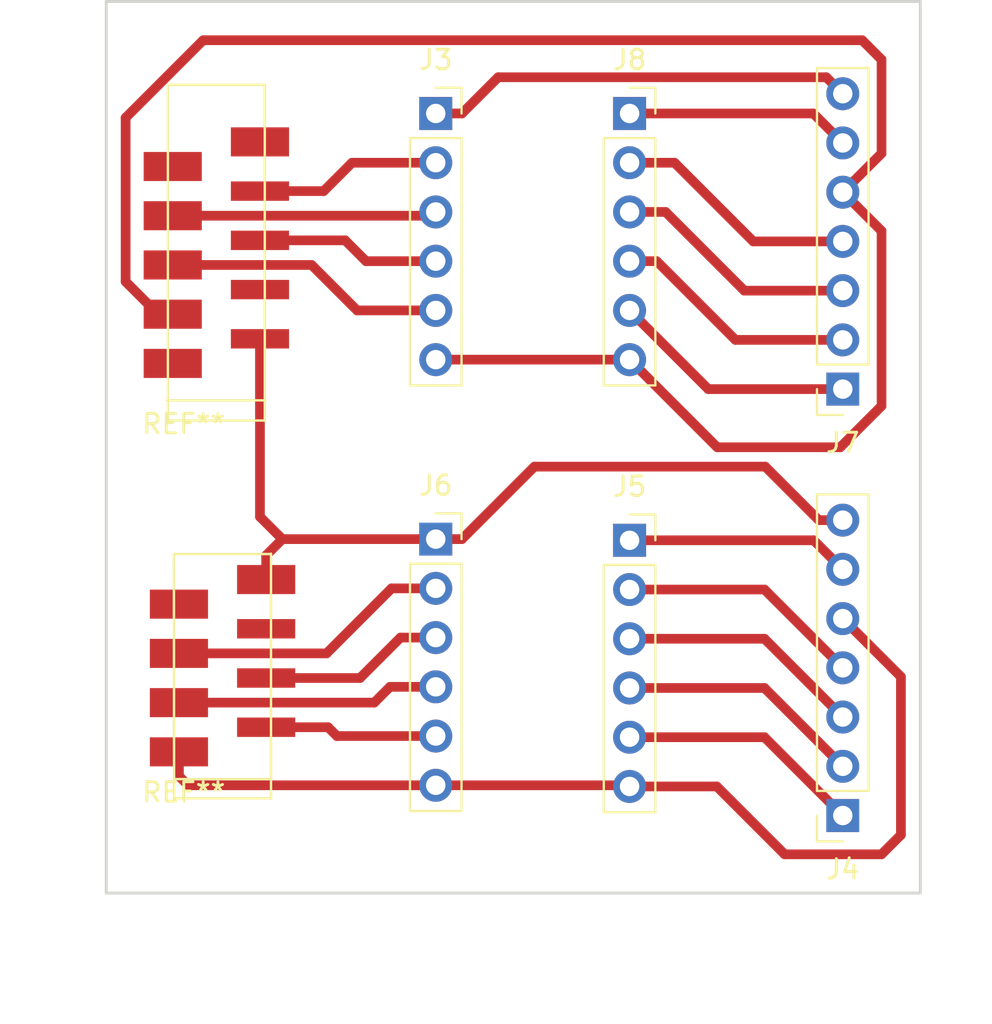
<source format=kicad_pcb>
(kicad_pcb (version 20171130) (host pcbnew 5.0.2-bee76a0~70~ubuntu18.04.1)

  (general
    (thickness 1.6)
    (drawings 4)
    (tracks 86)
    (zones 0)
    (modules 10)
    (nets 26)
  )

  (page A4)
  (layers
    (0 F.Cu signal)
    (31 B.Cu signal)
    (32 B.Adhes user)
    (33 F.Adhes user)
    (34 B.Paste user)
    (35 F.Paste user)
    (36 B.SilkS user)
    (37 F.SilkS user)
    (38 B.Mask user)
    (39 F.Mask user)
    (40 Dwgs.User user)
    (41 Cmts.User user)
    (42 Eco1.User user)
    (43 Eco2.User user)
    (44 Edge.Cuts user)
    (45 Margin user)
    (46 B.CrtYd user)
    (47 F.CrtYd user)
    (48 B.Fab user)
    (49 F.Fab user)
  )

  (setup
    (last_trace_width 0.5)
    (trace_clearance 0.4)
    (zone_clearance 0.508)
    (zone_45_only no)
    (trace_min 0.2)
    (segment_width 0.2)
    (edge_width 0.15)
    (via_size 0.8)
    (via_drill 0.4)
    (via_min_size 0.4)
    (via_min_drill 0.3)
    (uvia_size 0.3)
    (uvia_drill 0.1)
    (uvias_allowed no)
    (uvia_min_size 0.2)
    (uvia_min_drill 0.1)
    (pcb_text_width 0.3)
    (pcb_text_size 1.5 1.5)
    (mod_edge_width 0.15)
    (mod_text_size 1 1)
    (mod_text_width 0.15)
    (pad_size 3 1)
    (pad_drill 0)
    (pad_to_mask_clearance 0.051)
    (solder_mask_min_width 0.25)
    (aux_axis_origin 0 0)
    (visible_elements FFFFFF7F)
    (pcbplotparams
      (layerselection 0x01000_7fffffff)
      (usegerberextensions false)
      (usegerberattributes false)
      (usegerberadvancedattributes false)
      (creategerberjobfile false)
      (excludeedgelayer true)
      (linewidth 0.100000)
      (plotframeref false)
      (viasonmask false)
      (mode 1)
      (useauxorigin false)
      (hpglpennumber 1)
      (hpglpenspeed 20)
      (hpglpendiameter 15.000000)
      (psnegative false)
      (psa4output false)
      (plotreference true)
      (plotvalue true)
      (plotinvisibletext false)
      (padsonsilk false)
      (subtractmaskfromsilk false)
      (outputformat 1)
      (mirror false)
      (drillshape 0)
      (scaleselection 1)
      (outputdirectory "grb"))
  )

  (net 0 "")
  (net 1 +5V)
  (net 2 GND)
  (net 3 "Net-(J1-Pad1)")
  (net 4 "Net-(J1-Pad9)")
  (net 5 "Net-(J1-Pad4)")
  (net 6 "Net-(J1-Pad10)")
  (net 7 "Net-(J2-Pad7)")
  (net 8 "Net-(J2-Pad6)")
  (net 9 "Net-(J4-Pad1)")
  (net 10 "Net-(J4-Pad2)")
  (net 11 "Net-(J4-Pad3)")
  (net 12 "Net-(J4-Pad4)")
  (net 13 +3V3)
  (net 14 "Net-(J1-Pad5)")
  (net 15 "Net-(J1-Pad7)")
  (net 16 "Net-(J1-Pad6)")
  (net 17 "Net-(J1-Pad8)")
  (net 18 "Net-(J2-Pad3)")
  (net 19 "Net-(J2-Pad5)")
  (net 20 "Net-(J2-Pad2)")
  (net 21 "Net-(J2-Pad4)")
  (net 22 "Net-(J7-Pad1)")
  (net 23 "Net-(J7-Pad2)")
  (net 24 "Net-(J7-Pad3)")
  (net 25 "Net-(J7-Pad4)")

  (net_class Default "This is the default net class."
    (clearance 0.4)
    (trace_width 0.5)
    (via_dia 0.8)
    (via_drill 0.4)
    (uvia_dia 0.3)
    (uvia_drill 0.1)
    (add_net +3V3)
    (add_net +5V)
    (add_net GND)
    (add_net "Net-(J1-Pad1)")
    (add_net "Net-(J1-Pad10)")
    (add_net "Net-(J1-Pad4)")
    (add_net "Net-(J1-Pad5)")
    (add_net "Net-(J1-Pad6)")
    (add_net "Net-(J1-Pad7)")
    (add_net "Net-(J1-Pad8)")
    (add_net "Net-(J1-Pad9)")
    (add_net "Net-(J2-Pad2)")
    (add_net "Net-(J2-Pad3)")
    (add_net "Net-(J2-Pad4)")
    (add_net "Net-(J2-Pad5)")
    (add_net "Net-(J2-Pad6)")
    (add_net "Net-(J2-Pad7)")
    (add_net "Net-(J4-Pad1)")
    (add_net "Net-(J4-Pad2)")
    (add_net "Net-(J4-Pad3)")
    (add_net "Net-(J4-Pad4)")
    (add_net "Net-(J7-Pad1)")
    (add_net "Net-(J7-Pad2)")
    (add_net "Net-(J7-Pad3)")
    (add_net "Net-(J7-Pad4)")
  )

  (module custom_lib:micro_match_female_10pos_SMT (layer F.Cu) (tedit 5E17935A) (tstamp 5E179840)
    (at 5.68 12.96 90)
    (path /5E17A5B9)
    (fp_text reference J1 (at -8 -4 -90) (layer F.SilkS) hide
      (effects (font (size 0.9652 0.9652) (thickness 0.09652)) (justify right bottom))
    )
    (fp_text value Conn_01x10_Female (at -8 5 -90) (layer F.Fab)
      (effects (font (size 0.77216 0.77216) (thickness 0.061772)) (justify right bottom))
    )
    (fp_line (start 8.66 -2.5) (end -8.66 -2.5) (layer F.SilkS) (width 0.127))
    (fp_line (start -8.66 -2.5) (end -8.66 2.5) (layer F.SilkS) (width 0.127))
    (fp_line (start -8.66 2.5) (end 8.66 2.5) (layer F.SilkS) (width 0.127))
    (fp_line (start 8.66 2.5) (end 8.66 -2.5) (layer F.SilkS) (width 0.127))
    (fp_text user 1 (at -7.62 0 -90) (layer F.SilkS) hide
      (effects (font (size 1.2065 1.2065) (thickness 0.1016)) (justify right bottom))
    )
    (fp_line (start -7.62 2.54) (end -7.62 -2.54) (layer F.SilkS) (width 0.127))
    (pad 1 smd rect (at -5.715 -2.25 180) (size 3 1.5) (layers F.Cu F.Paste F.Mask)
      (net 3 "Net-(J1-Pad1)") (solder_mask_margin 0.075))
    (pad 3 smd rect (at -3.175 -2.25 180) (size 3 1.5) (layers F.Cu F.Paste F.Mask)
      (net 2 GND) (solder_mask_margin 0.075))
    (pad 5 smd rect (at -0.635 -2.25 180) (size 3 1.5) (layers F.Cu F.Paste F.Mask)
      (net 14 "Net-(J1-Pad5)") (solder_mask_margin 0.075))
    (pad 7 smd rect (at 1.905 -2.25 180) (size 3 1.5) (layers F.Cu F.Paste F.Mask)
      (net 15 "Net-(J1-Pad7)") (solder_mask_margin 0.075))
    (pad 9 smd rect (at 4.445 -2.25 180) (size 3 1.5) (layers F.Cu F.Paste F.Mask)
      (net 4 "Net-(J1-Pad9)") (solder_mask_margin 0.075))
    (pad 2 smd rect (at -4.445 2.25 180) (size 3 1) (layers F.Cu F.Paste F.Mask)
      (net 1 +5V) (solder_mask_margin 0.075))
    (pad 4 smd rect (at -1.905 2.25 180) (size 3 1) (layers F.Cu F.Paste F.Mask)
      (net 5 "Net-(J1-Pad4)") (solder_mask_margin 0.075))
    (pad 6 smd rect (at 0.635 2.25 180) (size 3 1) (layers F.Cu F.Paste F.Mask)
      (net 16 "Net-(J1-Pad6)") (solder_mask_margin 0.075))
    (pad 8 smd rect (at 3.175 2.25 180) (size 3 1) (layers F.Cu F.Paste F.Mask)
      (net 17 "Net-(J1-Pad8)") (solder_mask_margin 0.075))
    (pad 10 smd rect (at 5.715 2.25 180) (size 3 1.5) (layers F.Cu F.Paste F.Mask)
      (net 6 "Net-(J1-Pad10)") (solder_mask_margin 0.075))
  )

  (module Connector_PinSocket_2.54mm:PinSocket_1x06_P2.54mm_Vertical (layer F.Cu) (tedit 5A19A430) (tstamp 5E23DE9E)
    (at 27 5.78)
    (descr "Through hole straight socket strip, 1x06, 2.54mm pitch, single row (from Kicad 4.0.7), script generated")
    (tags "Through hole socket strip THT 1x06 2.54mm single row")
    (path /5E17BC5A)
    (fp_text reference J8 (at 0 -2.77) (layer F.SilkS)
      (effects (font (size 1 1) (thickness 0.15)))
    )
    (fp_text value Conn_01x06_Female (at 0 15.47) (layer F.Fab)
      (effects (font (size 1 1) (thickness 0.15)))
    )
    (fp_text user %R (at 0 6.35 90) (layer F.Fab)
      (effects (font (size 1 1) (thickness 0.15)))
    )
    (fp_line (start -1.8 14.45) (end -1.8 -1.8) (layer F.CrtYd) (width 0.05))
    (fp_line (start 1.75 14.45) (end -1.8 14.45) (layer F.CrtYd) (width 0.05))
    (fp_line (start 1.75 -1.8) (end 1.75 14.45) (layer F.CrtYd) (width 0.05))
    (fp_line (start -1.8 -1.8) (end 1.75 -1.8) (layer F.CrtYd) (width 0.05))
    (fp_line (start 0 -1.33) (end 1.33 -1.33) (layer F.SilkS) (width 0.12))
    (fp_line (start 1.33 -1.33) (end 1.33 0) (layer F.SilkS) (width 0.12))
    (fp_line (start 1.33 1.27) (end 1.33 14.03) (layer F.SilkS) (width 0.12))
    (fp_line (start -1.33 14.03) (end 1.33 14.03) (layer F.SilkS) (width 0.12))
    (fp_line (start -1.33 1.27) (end -1.33 14.03) (layer F.SilkS) (width 0.12))
    (fp_line (start -1.33 1.27) (end 1.33 1.27) (layer F.SilkS) (width 0.12))
    (fp_line (start -1.27 13.97) (end -1.27 -1.27) (layer F.Fab) (width 0.1))
    (fp_line (start 1.27 13.97) (end -1.27 13.97) (layer F.Fab) (width 0.1))
    (fp_line (start 1.27 -0.635) (end 1.27 13.97) (layer F.Fab) (width 0.1))
    (fp_line (start 0.635 -1.27) (end 1.27 -0.635) (layer F.Fab) (width 0.1))
    (fp_line (start -1.27 -1.27) (end 0.635 -1.27) (layer F.Fab) (width 0.1))
    (pad 6 thru_hole oval (at 0 12.7) (size 1.7 1.7) (drill 1) (layers *.Cu *.Mask)
      (net 2 GND))
    (pad 5 thru_hole oval (at 0 10.16) (size 1.7 1.7) (drill 1) (layers *.Cu *.Mask)
      (net 22 "Net-(J7-Pad1)"))
    (pad 4 thru_hole oval (at 0 7.62) (size 1.7 1.7) (drill 1) (layers *.Cu *.Mask)
      (net 23 "Net-(J7-Pad2)"))
    (pad 3 thru_hole oval (at 0 5.08) (size 1.7 1.7) (drill 1) (layers *.Cu *.Mask)
      (net 24 "Net-(J7-Pad3)"))
    (pad 2 thru_hole oval (at 0 2.54) (size 1.7 1.7) (drill 1) (layers *.Cu *.Mask)
      (net 25 "Net-(J7-Pad4)"))
    (pad 1 thru_hole rect (at 0 0) (size 1.7 1.7) (drill 1) (layers *.Cu *.Mask)
      (net 13 +3V3))
    (model ${KISYS3DMOD}/Connector_PinSocket_2.54mm.3dshapes/PinSocket_1x06_P2.54mm_Vertical.wrl
      (at (xyz 0 0 0))
      (scale (xyz 1 1 1))
      (rotate (xyz 0 0 0))
    )
  )

  (module Connector_PinSocket_2.54mm:PinSocket_1x06_P2.54mm_Vertical (layer F.Cu) (tedit 5A19A430) (tstamp 5E17986C)
    (at 17 5.78)
    (descr "Through hole straight socket strip, 1x06, 2.54mm pitch, single row (from Kicad 4.0.7), script generated")
    (tags "Through hole socket strip THT 1x06 2.54mm single row")
    (path /5E179489)
    (fp_text reference J3 (at 0 -2.77) (layer F.SilkS)
      (effects (font (size 1 1) (thickness 0.15)))
    )
    (fp_text value Conn_01x06_Female (at 0 15.47) (layer F.Fab)
      (effects (font (size 1 1) (thickness 0.15)))
    )
    (fp_line (start -1.27 -1.27) (end 0.635 -1.27) (layer F.Fab) (width 0.1))
    (fp_line (start 0.635 -1.27) (end 1.27 -0.635) (layer F.Fab) (width 0.1))
    (fp_line (start 1.27 -0.635) (end 1.27 13.97) (layer F.Fab) (width 0.1))
    (fp_line (start 1.27 13.97) (end -1.27 13.97) (layer F.Fab) (width 0.1))
    (fp_line (start -1.27 13.97) (end -1.27 -1.27) (layer F.Fab) (width 0.1))
    (fp_line (start -1.33 1.27) (end 1.33 1.27) (layer F.SilkS) (width 0.12))
    (fp_line (start -1.33 1.27) (end -1.33 14.03) (layer F.SilkS) (width 0.12))
    (fp_line (start -1.33 14.03) (end 1.33 14.03) (layer F.SilkS) (width 0.12))
    (fp_line (start 1.33 1.27) (end 1.33 14.03) (layer F.SilkS) (width 0.12))
    (fp_line (start 1.33 -1.33) (end 1.33 0) (layer F.SilkS) (width 0.12))
    (fp_line (start 0 -1.33) (end 1.33 -1.33) (layer F.SilkS) (width 0.12))
    (fp_line (start -1.8 -1.8) (end 1.75 -1.8) (layer F.CrtYd) (width 0.05))
    (fp_line (start 1.75 -1.8) (end 1.75 14.45) (layer F.CrtYd) (width 0.05))
    (fp_line (start 1.75 14.45) (end -1.8 14.45) (layer F.CrtYd) (width 0.05))
    (fp_line (start -1.8 14.45) (end -1.8 -1.8) (layer F.CrtYd) (width 0.05))
    (fp_text user %R (at 0 6.35 90) (layer F.Fab)
      (effects (font (size 1 1) (thickness 0.15)))
    )
    (pad 1 thru_hole rect (at 0 0) (size 1.7 1.7) (drill 1) (layers *.Cu *.Mask)
      (net 1 +5V))
    (pad 2 thru_hole oval (at 0 2.54) (size 1.7 1.7) (drill 1) (layers *.Cu *.Mask)
      (net 17 "Net-(J1-Pad8)"))
    (pad 3 thru_hole oval (at 0 5.08) (size 1.7 1.7) (drill 1) (layers *.Cu *.Mask)
      (net 15 "Net-(J1-Pad7)"))
    (pad 4 thru_hole oval (at 0 7.62) (size 1.7 1.7) (drill 1) (layers *.Cu *.Mask)
      (net 16 "Net-(J1-Pad6)"))
    (pad 5 thru_hole oval (at 0 10.16) (size 1.7 1.7) (drill 1) (layers *.Cu *.Mask)
      (net 14 "Net-(J1-Pad5)"))
    (pad 6 thru_hole oval (at 0 12.7) (size 1.7 1.7) (drill 1) (layers *.Cu *.Mask)
      (net 2 GND))
    (model ${KISYS3DMOD}/Connector_PinSocket_2.54mm.3dshapes/PinSocket_1x06_P2.54mm_Vertical.wrl
      (at (xyz 0 0 0))
      (scale (xyz 1 1 1))
      (rotate (xyz 0 0 0))
    )
  )

  (module Connector_PinSocket_2.54mm:PinSocket_1x07_P2.54mm_Vertical (layer F.Cu) (tedit 5A19A433) (tstamp 5E23DE84)
    (at 38 20 180)
    (descr "Through hole straight socket strip, 1x07, 2.54mm pitch, single row (from Kicad 4.0.7), script generated")
    (tags "Through hole socket strip THT 1x07 2.54mm single row")
    (path /5E17BC6C)
    (fp_text reference J7 (at 0 -2.77 180) (layer F.SilkS)
      (effects (font (size 1 1) (thickness 0.15)))
    )
    (fp_text value Conn_01x07_Female (at 0 18.01 180) (layer F.Fab)
      (effects (font (size 1 1) (thickness 0.15)))
    )
    (fp_line (start -1.27 -1.27) (end 0.635 -1.27) (layer F.Fab) (width 0.1))
    (fp_line (start 0.635 -1.27) (end 1.27 -0.635) (layer F.Fab) (width 0.1))
    (fp_line (start 1.27 -0.635) (end 1.27 16.51) (layer F.Fab) (width 0.1))
    (fp_line (start 1.27 16.51) (end -1.27 16.51) (layer F.Fab) (width 0.1))
    (fp_line (start -1.27 16.51) (end -1.27 -1.27) (layer F.Fab) (width 0.1))
    (fp_line (start -1.33 1.27) (end 1.33 1.27) (layer F.SilkS) (width 0.12))
    (fp_line (start -1.33 1.27) (end -1.33 16.57) (layer F.SilkS) (width 0.12))
    (fp_line (start -1.33 16.57) (end 1.33 16.57) (layer F.SilkS) (width 0.12))
    (fp_line (start 1.33 1.27) (end 1.33 16.57) (layer F.SilkS) (width 0.12))
    (fp_line (start 1.33 -1.33) (end 1.33 0) (layer F.SilkS) (width 0.12))
    (fp_line (start 0 -1.33) (end 1.33 -1.33) (layer F.SilkS) (width 0.12))
    (fp_line (start -1.8 -1.8) (end 1.75 -1.8) (layer F.CrtYd) (width 0.05))
    (fp_line (start 1.75 -1.8) (end 1.75 17) (layer F.CrtYd) (width 0.05))
    (fp_line (start 1.75 17) (end -1.8 17) (layer F.CrtYd) (width 0.05))
    (fp_line (start -1.8 17) (end -1.8 -1.8) (layer F.CrtYd) (width 0.05))
    (fp_text user %R (at 0 7.62 270) (layer F.Fab)
      (effects (font (size 1 1) (thickness 0.15)))
    )
    (pad 1 thru_hole rect (at 0 0 180) (size 1.7 1.7) (drill 1) (layers *.Cu *.Mask)
      (net 22 "Net-(J7-Pad1)"))
    (pad 2 thru_hole oval (at 0 2.54 180) (size 1.7 1.7) (drill 1) (layers *.Cu *.Mask)
      (net 23 "Net-(J7-Pad2)"))
    (pad 3 thru_hole oval (at 0 5.08 180) (size 1.7 1.7) (drill 1) (layers *.Cu *.Mask)
      (net 24 "Net-(J7-Pad3)"))
    (pad 4 thru_hole oval (at 0 7.62 180) (size 1.7 1.7) (drill 1) (layers *.Cu *.Mask)
      (net 25 "Net-(J7-Pad4)"))
    (pad 5 thru_hole oval (at 0 10.16 180) (size 1.7 1.7) (drill 1) (layers *.Cu *.Mask)
      (net 2 GND))
    (pad 6 thru_hole oval (at 0 12.7 180) (size 1.7 1.7) (drill 1) (layers *.Cu *.Mask)
      (net 13 +3V3))
    (pad 7 thru_hole oval (at 0 15.24 180) (size 1.7 1.7) (drill 1) (layers *.Cu *.Mask)
      (net 1 +5V))
    (model ${KISYS3DMOD}/Connector_PinSocket_2.54mm.3dshapes/PinSocket_1x07_P2.54mm_Vertical.wrl
      (at (xyz 0 0 0))
      (scale (xyz 1 1 1))
      (rotate (xyz 0 0 0))
    )
  )

  (module Connector_PinSocket_2.54mm:PinSocket_1x07_P2.54mm_Vertical (layer F.Cu) (tedit 5A19A433) (tstamp 5E179887)
    (at 38 42 180)
    (descr "Through hole straight socket strip, 1x07, 2.54mm pitch, single row (from Kicad 4.0.7), script generated")
    (tags "Through hole socket strip THT 1x07 2.54mm single row")
    (path /5E179FC1)
    (fp_text reference J4 (at 0 -2.77 180) (layer F.SilkS)
      (effects (font (size 1 1) (thickness 0.15)))
    )
    (fp_text value Conn_01x07_Female (at 0 18.01 180) (layer F.Fab)
      (effects (font (size 1 1) (thickness 0.15)))
    )
    (fp_line (start -1.27 -1.27) (end 0.635 -1.27) (layer F.Fab) (width 0.1))
    (fp_line (start 0.635 -1.27) (end 1.27 -0.635) (layer F.Fab) (width 0.1))
    (fp_line (start 1.27 -0.635) (end 1.27 16.51) (layer F.Fab) (width 0.1))
    (fp_line (start 1.27 16.51) (end -1.27 16.51) (layer F.Fab) (width 0.1))
    (fp_line (start -1.27 16.51) (end -1.27 -1.27) (layer F.Fab) (width 0.1))
    (fp_line (start -1.33 1.27) (end 1.33 1.27) (layer F.SilkS) (width 0.12))
    (fp_line (start -1.33 1.27) (end -1.33 16.57) (layer F.SilkS) (width 0.12))
    (fp_line (start -1.33 16.57) (end 1.33 16.57) (layer F.SilkS) (width 0.12))
    (fp_line (start 1.33 1.27) (end 1.33 16.57) (layer F.SilkS) (width 0.12))
    (fp_line (start 1.33 -1.33) (end 1.33 0) (layer F.SilkS) (width 0.12))
    (fp_line (start 0 -1.33) (end 1.33 -1.33) (layer F.SilkS) (width 0.12))
    (fp_line (start -1.8 -1.8) (end 1.75 -1.8) (layer F.CrtYd) (width 0.05))
    (fp_line (start 1.75 -1.8) (end 1.75 17) (layer F.CrtYd) (width 0.05))
    (fp_line (start 1.75 17) (end -1.8 17) (layer F.CrtYd) (width 0.05))
    (fp_line (start -1.8 17) (end -1.8 -1.8) (layer F.CrtYd) (width 0.05))
    (fp_text user %R (at 0 7.62 270) (layer F.Fab)
      (effects (font (size 1 1) (thickness 0.15)))
    )
    (pad 1 thru_hole rect (at 0 0 180) (size 1.7 1.7) (drill 1) (layers *.Cu *.Mask)
      (net 9 "Net-(J4-Pad1)"))
    (pad 2 thru_hole oval (at 0 2.54 180) (size 1.7 1.7) (drill 1) (layers *.Cu *.Mask)
      (net 10 "Net-(J4-Pad2)"))
    (pad 3 thru_hole oval (at 0 5.08 180) (size 1.7 1.7) (drill 1) (layers *.Cu *.Mask)
      (net 11 "Net-(J4-Pad3)"))
    (pad 4 thru_hole oval (at 0 7.62 180) (size 1.7 1.7) (drill 1) (layers *.Cu *.Mask)
      (net 12 "Net-(J4-Pad4)"))
    (pad 5 thru_hole oval (at 0 10.16 180) (size 1.7 1.7) (drill 1) (layers *.Cu *.Mask)
      (net 2 GND))
    (pad 6 thru_hole oval (at 0 12.7 180) (size 1.7 1.7) (drill 1) (layers *.Cu *.Mask)
      (net 13 +3V3))
    (pad 7 thru_hole oval (at 0 15.24 180) (size 1.7 1.7) (drill 1) (layers *.Cu *.Mask)
      (net 1 +5V))
    (model ${KISYS3DMOD}/Connector_PinSocket_2.54mm.3dshapes/PinSocket_1x07_P2.54mm_Vertical.wrl
      (at (xyz 0 0 0))
      (scale (xyz 1 1 1))
      (rotate (xyz 0 0 0))
    )
  )

  (module Connector_PinSocket_2.54mm:PinSocket_1x06_P2.54mm_Vertical (layer F.Cu) (tedit 5A19A430) (tstamp 5E1798A1)
    (at 27 27.8)
    (descr "Through hole straight socket strip, 1x06, 2.54mm pitch, single row (from Kicad 4.0.7), script generated")
    (tags "Through hole socket strip THT 1x06 2.54mm single row")
    (path /5E1794EF)
    (fp_text reference J5 (at 0 -2.77) (layer F.SilkS)
      (effects (font (size 1 1) (thickness 0.15)))
    )
    (fp_text value Conn_01x06_Female (at 0 15.47) (layer F.Fab)
      (effects (font (size 1 1) (thickness 0.15)))
    )
    (fp_text user %R (at 0 6.35 90) (layer F.Fab)
      (effects (font (size 1 1) (thickness 0.15)))
    )
    (fp_line (start -1.8 14.45) (end -1.8 -1.8) (layer F.CrtYd) (width 0.05))
    (fp_line (start 1.75 14.45) (end -1.8 14.45) (layer F.CrtYd) (width 0.05))
    (fp_line (start 1.75 -1.8) (end 1.75 14.45) (layer F.CrtYd) (width 0.05))
    (fp_line (start -1.8 -1.8) (end 1.75 -1.8) (layer F.CrtYd) (width 0.05))
    (fp_line (start 0 -1.33) (end 1.33 -1.33) (layer F.SilkS) (width 0.12))
    (fp_line (start 1.33 -1.33) (end 1.33 0) (layer F.SilkS) (width 0.12))
    (fp_line (start 1.33 1.27) (end 1.33 14.03) (layer F.SilkS) (width 0.12))
    (fp_line (start -1.33 14.03) (end 1.33 14.03) (layer F.SilkS) (width 0.12))
    (fp_line (start -1.33 1.27) (end -1.33 14.03) (layer F.SilkS) (width 0.12))
    (fp_line (start -1.33 1.27) (end 1.33 1.27) (layer F.SilkS) (width 0.12))
    (fp_line (start -1.27 13.97) (end -1.27 -1.27) (layer F.Fab) (width 0.1))
    (fp_line (start 1.27 13.97) (end -1.27 13.97) (layer F.Fab) (width 0.1))
    (fp_line (start 1.27 -0.635) (end 1.27 13.97) (layer F.Fab) (width 0.1))
    (fp_line (start 0.635 -1.27) (end 1.27 -0.635) (layer F.Fab) (width 0.1))
    (fp_line (start -1.27 -1.27) (end 0.635 -1.27) (layer F.Fab) (width 0.1))
    (pad 6 thru_hole oval (at 0 12.7) (size 1.7 1.7) (drill 1) (layers *.Cu *.Mask)
      (net 2 GND))
    (pad 5 thru_hole oval (at 0 10.16) (size 1.7 1.7) (drill 1) (layers *.Cu *.Mask)
      (net 9 "Net-(J4-Pad1)"))
    (pad 4 thru_hole oval (at 0 7.62) (size 1.7 1.7) (drill 1) (layers *.Cu *.Mask)
      (net 10 "Net-(J4-Pad2)"))
    (pad 3 thru_hole oval (at 0 5.08) (size 1.7 1.7) (drill 1) (layers *.Cu *.Mask)
      (net 11 "Net-(J4-Pad3)"))
    (pad 2 thru_hole oval (at 0 2.54) (size 1.7 1.7) (drill 1) (layers *.Cu *.Mask)
      (net 12 "Net-(J4-Pad4)"))
    (pad 1 thru_hole rect (at 0 0) (size 1.7 1.7) (drill 1) (layers *.Cu *.Mask)
      (net 13 +3V3))
    (model ${KISYS3DMOD}/Connector_PinSocket_2.54mm.3dshapes/PinSocket_1x06_P2.54mm_Vertical.wrl
      (at (xyz 0 0 0))
      (scale (xyz 1 1 1))
      (rotate (xyz 0 0 0))
    )
  )

  (module MountingHole:MountingHole_2.2mm_M2 (layer F.Cu) (tedit 56D1B4CB) (tstamp 5E23EDC2)
    (at 4 25)
    (descr "Mounting Hole 2.2mm, no annular, M2")
    (tags "mounting hole 2.2mm no annular m2")
    (attr virtual)
    (fp_text reference REF** (at 0 -3.2) (layer F.SilkS)
      (effects (font (size 1 1) (thickness 0.15)))
    )
    (fp_text value MountingHole_2.2mm_M2 (at 0 3.2) (layer F.Fab)
      (effects (font (size 1 1) (thickness 0.15)))
    )
    (fp_text user %R (at 0.3 0) (layer F.Fab)
      (effects (font (size 1 1) (thickness 0.15)))
    )
    (fp_circle (center 0 0) (end 2.2 0) (layer Cmts.User) (width 0.15))
    (fp_circle (center 0 0) (end 2.45 0) (layer F.CrtYd) (width 0.05))
    (pad 1 np_thru_hole circle (at 0 0) (size 2.2 2.2) (drill 2.2) (layers *.Cu *.Mask))
  )

  (module custom_lib:micro_match_female_8pos_SMT (layer F.Cu) (tedit 5E1793A2) (tstamp 5E179852)
    (at 6 33 90)
    (path /5E17B979)
    (fp_text reference J2 (at -8 -4 -90) (layer F.SilkS) hide
      (effects (font (size 0.9652 0.9652) (thickness 0.09652)) (justify right bottom))
    )
    (fp_text value Conn_01x08_Female (at -8 5 -90) (layer F.Fab)
      (effects (font (size 0.77216 0.77216) (thickness 0.061772)) (justify right bottom))
    )
    (fp_line (start 4.49 -2.51) (end -8.13 -2.5) (layer F.SilkS) (width 0.127))
    (fp_line (start -8.11 -2.51) (end -8.11 2.49) (layer F.SilkS) (width 0.127))
    (fp_line (start -8.13 2.5) (end 4.51 2.5) (layer F.SilkS) (width 0.127))
    (fp_line (start 4.49 2.5) (end 4.49 -2.52) (layer F.SilkS) (width 0.127))
    (fp_text user 1 (at -7.62 0 -90) (layer F.SilkS) hide
      (effects (font (size 1.2065 1.2065) (thickness 0.1016)) (justify right bottom))
    )
    (fp_line (start -7.12 2.51) (end -7.12 -2.5) (layer F.SilkS) (width 0.127))
    (pad 1 smd rect (at -5.715 -2.25 180) (size 3 1.5) (layers F.Cu F.Paste F.Mask)
      (net 2 GND) (solder_mask_margin 0.075))
    (pad 3 smd rect (at -3.175 -2.25 180) (size 3 1.5) (layers F.Cu F.Paste F.Mask)
      (net 18 "Net-(J2-Pad3)") (solder_mask_margin 0.075))
    (pad 5 smd rect (at -0.635 -2.25 180) (size 3 1.5) (layers F.Cu F.Paste F.Mask)
      (net 19 "Net-(J2-Pad5)") (solder_mask_margin 0.075))
    (pad 7 smd rect (at 1.905 -2.25 180) (size 3 1.5) (layers F.Cu F.Paste F.Mask)
      (net 7 "Net-(J2-Pad7)") (solder_mask_margin 0.075))
    (pad 2 smd rect (at -4.445 2.25 180) (size 3 1) (layers F.Cu F.Paste F.Mask)
      (net 20 "Net-(J2-Pad2)") (solder_mask_margin 0.075))
    (pad 4 smd rect (at -1.905 2.25 180) (size 3 1) (layers F.Cu F.Paste F.Mask)
      (net 21 "Net-(J2-Pad4)") (solder_mask_margin 0.075))
    (pad 6 smd rect (at 0.635 2.25 180) (size 3 1) (layers F.Cu F.Paste F.Mask)
      (net 8 "Net-(J2-Pad6)") (solder_mask_margin 0.075))
    (pad 8 smd rect (at 3.175 2.25 180) (size 3 1.5) (layers F.Cu F.Paste F.Mask)
      (net 1 +5V) (solder_mask_margin 0.075))
  )

  (module Connector_PinSocket_2.54mm:PinSocket_1x06_P2.54mm_Vertical (layer F.Cu) (tedit 5A19A430) (tstamp 5E23DE69)
    (at 17 27.74)
    (descr "Through hole straight socket strip, 1x06, 2.54mm pitch, single row (from Kicad 4.0.7), script generated")
    (tags "Through hole socket strip THT 1x06 2.54mm single row")
    (path /5E17B811)
    (fp_text reference J6 (at 0 -2.77) (layer F.SilkS)
      (effects (font (size 1 1) (thickness 0.15)))
    )
    (fp_text value Conn_01x06_Female (at 0 15.47) (layer F.Fab)
      (effects (font (size 1 1) (thickness 0.15)))
    )
    (fp_line (start -1.27 -1.27) (end 0.635 -1.27) (layer F.Fab) (width 0.1))
    (fp_line (start 0.635 -1.27) (end 1.27 -0.635) (layer F.Fab) (width 0.1))
    (fp_line (start 1.27 -0.635) (end 1.27 13.97) (layer F.Fab) (width 0.1))
    (fp_line (start 1.27 13.97) (end -1.27 13.97) (layer F.Fab) (width 0.1))
    (fp_line (start -1.27 13.97) (end -1.27 -1.27) (layer F.Fab) (width 0.1))
    (fp_line (start -1.33 1.27) (end 1.33 1.27) (layer F.SilkS) (width 0.12))
    (fp_line (start -1.33 1.27) (end -1.33 14.03) (layer F.SilkS) (width 0.12))
    (fp_line (start -1.33 14.03) (end 1.33 14.03) (layer F.SilkS) (width 0.12))
    (fp_line (start 1.33 1.27) (end 1.33 14.03) (layer F.SilkS) (width 0.12))
    (fp_line (start 1.33 -1.33) (end 1.33 0) (layer F.SilkS) (width 0.12))
    (fp_line (start 0 -1.33) (end 1.33 -1.33) (layer F.SilkS) (width 0.12))
    (fp_line (start -1.8 -1.8) (end 1.75 -1.8) (layer F.CrtYd) (width 0.05))
    (fp_line (start 1.75 -1.8) (end 1.75 14.45) (layer F.CrtYd) (width 0.05))
    (fp_line (start 1.75 14.45) (end -1.8 14.45) (layer F.CrtYd) (width 0.05))
    (fp_line (start -1.8 14.45) (end -1.8 -1.8) (layer F.CrtYd) (width 0.05))
    (fp_text user %R (at 0 6.35 90) (layer F.Fab)
      (effects (font (size 1 1) (thickness 0.15)))
    )
    (pad 1 thru_hole rect (at 0 0) (size 1.7 1.7) (drill 1) (layers *.Cu *.Mask)
      (net 1 +5V))
    (pad 2 thru_hole oval (at 0 2.54) (size 1.7 1.7) (drill 1) (layers *.Cu *.Mask)
      (net 19 "Net-(J2-Pad5)"))
    (pad 3 thru_hole oval (at 0 5.08) (size 1.7 1.7) (drill 1) (layers *.Cu *.Mask)
      (net 21 "Net-(J2-Pad4)"))
    (pad 4 thru_hole oval (at 0 7.62) (size 1.7 1.7) (drill 1) (layers *.Cu *.Mask)
      (net 18 "Net-(J2-Pad3)"))
    (pad 5 thru_hole oval (at 0 10.16) (size 1.7 1.7) (drill 1) (layers *.Cu *.Mask)
      (net 20 "Net-(J2-Pad2)"))
    (pad 6 thru_hole oval (at 0 12.7) (size 1.7 1.7) (drill 1) (layers *.Cu *.Mask)
      (net 2 GND))
    (model ${KISYS3DMOD}/Connector_PinSocket_2.54mm.3dshapes/PinSocket_1x06_P2.54mm_Vertical.wrl
      (at (xyz 0 0 0))
      (scale (xyz 1 1 1))
      (rotate (xyz 0 0 0))
    )
  )

  (module MountingHole:MountingHole_2.2mm_M2 (layer F.Cu) (tedit 56D1B4CB) (tstamp 5E23ED8C)
    (at 4 44)
    (descr "Mounting Hole 2.2mm, no annular, M2")
    (tags "mounting hole 2.2mm no annular m2")
    (attr virtual)
    (fp_text reference REF** (at 0 -3.2) (layer F.SilkS)
      (effects (font (size 1 1) (thickness 0.15)))
    )
    (fp_text value MountingHole_2.2mm_M2 (at 0 3.2) (layer F.Fab)
      (effects (font (size 1 1) (thickness 0.15)))
    )
    (fp_circle (center 0 0) (end 2.45 0) (layer F.CrtYd) (width 0.05))
    (fp_circle (center 0 0) (end 2.2 0) (layer Cmts.User) (width 0.15))
    (fp_text user %R (at 0.3 0) (layer F.Fab)
      (effects (font (size 1 1) (thickness 0.15)))
    )
    (pad 1 np_thru_hole circle (at 0 0) (size 2.2 2.2) (drill 2.2) (layers *.Cu *.Mask))
  )

  (gr_line (start 0 46) (end 0 0) (layer Edge.Cuts) (width 0.15))
  (gr_line (start 42 46) (end 0 46) (layer Edge.Cuts) (width 0.15))
  (gr_line (start 42 0) (end 42 46) (layer Edge.Cuts) (width 0.15))
  (gr_line (start 0 0) (end 42 0) (layer Edge.Cuts) (width 0.15))

  (segment (start 18.35 27.74) (end 17 27.74) (width 0.5) (layer F.Cu) (net 1) (status 1000000))
  (segment (start 22.09 24) (end 18.35 27.74) (width 0.5) (layer F.Cu) (net 1) (status 1000000))
  (segment (start 38 26.76) (end 36.76 26.76) (width 0.5) (layer F.Cu) (net 1))
  (segment (start 36.76 26.76) (end 34 24) (width 0.5) (layer F.Cu) (net 1))
  (segment (start 34 24) (end 22.09 24) (width 0.5) (layer F.Cu) (net 1))
  (segment (start 18.35 5.78) (end 17 5.78) (width 0.5) (layer F.Cu) (net 1))
  (segment (start 20.219999 3.910001) (end 18.35 5.78) (width 0.5) (layer F.Cu) (net 1))
  (segment (start 37.150001 3.910001) (end 20.219999 3.910001) (width 0.5) (layer F.Cu) (net 1))
  (segment (start 38 4.76) (end 37.150001 3.910001) (width 0.5) (layer F.Cu) (net 1))
  (segment (start 9.085 27.74) (end 8.25 28.575) (width 0.5) (layer F.Cu) (net 1) (status 1000000))
  (segment (start 8.25 28.575) (end 8.25 29.825) (width 0.5) (layer F.Cu) (net 1) (status 1000000))
  (segment (start 7.93 26.585) (end 9.085 27.74) (width 0.5) (layer F.Cu) (net 1) (status 1000000))
  (segment (start 17 27.74) (end 9.085 27.74) (width 0.5) (layer F.Cu) (net 1) (status 1000000))
  (segment (start 7.93 17.405) (end 7.93 26.585) (width 0.5) (layer F.Cu) (net 1))
  (segment (start 15.797919 40.44) (end 17 40.44) (width 0.5) (layer F.Cu) (net 2))
  (segment (start 4.225 40.44) (end 15.797919 40.44) (width 0.5) (layer F.Cu) (net 2))
  (segment (start 3.75 39.965) (end 4.225 40.44) (width 0.5) (layer F.Cu) (net 2))
  (segment (start 3.75 38.715) (end 3.75 39.965) (width 0.5) (layer F.Cu) (net 2))
  (segment (start 17 40.44) (end 26.94 40.44) (width 0.5) (layer F.Cu) (net 2) (status 1000000))
  (segment (start 40 44) (end 41 43) (width 0.5) (layer F.Cu) (net 2) (status 1000000))
  (segment (start 41 43) (end 41 34.84) (width 0.5) (layer F.Cu) (net 2) (status 1000000))
  (segment (start 41 34.84) (end 38 31.84) (width 0.5) (layer F.Cu) (net 2) (status 1000000))
  (segment (start 26.94 40.44) (end 27 40.5) (width 0.5) (layer F.Cu) (net 2))
  (segment (start 35 44) (end 40 44) (width 0.5) (layer F.Cu) (net 2))
  (segment (start 31.5 40.5) (end 35 44) (width 0.5) (layer F.Cu) (net 2))
  (segment (start 27 40.5) (end 31.5 40.5) (width 0.5) (layer F.Cu) (net 2))
  (segment (start 40 20.870002) (end 37.870002 23) (width 0.5) (layer F.Cu) (net 2) (status 1000000))
  (segment (start 37.870002 23) (end 31.52 23) (width 0.5) (layer F.Cu) (net 2) (status 1000000))
  (segment (start 31.52 23) (end 27 18.48) (width 0.5) (layer F.Cu) (net 2) (status 1000000))
  (segment (start 17 18.48) (end 27 18.48) (width 0.5) (layer F.Cu) (net 2))
  (segment (start 38 9.84) (end 40 11.84) (width 0.5) (layer F.Cu) (net 2))
  (segment (start 1 14.455) (end 1 6) (width 0.5) (layer F.Cu) (net 2))
  (segment (start 2.68 16.135) (end 1 14.455) (width 0.5) (layer F.Cu) (net 2))
  (segment (start 1 6) (end 5 2) (width 0.5) (layer F.Cu) (net 2))
  (segment (start 3.43 16.135) (end 2.68 16.135) (width 0.5) (layer F.Cu) (net 2))
  (segment (start 39 2) (end 40 3) (width 0.5) (layer F.Cu) (net 2))
  (segment (start 5 2) (end 39 2) (width 0.5) (layer F.Cu) (net 2))
  (segment (start 40 3) (end 40 7.84) (width 0.5) (layer F.Cu) (net 2))
  (segment (start 40 11.84) (end 40 20.870002) (width 0.5) (layer F.Cu) (net 2))
  (segment (start 40 7.84) (end 38 9.84) (width 0.5) (layer F.Cu) (net 2))
  (segment (start 27 37.96) (end 33.96 37.96) (width 0.5) (layer F.Cu) (net 9))
  (segment (start 33.96 37.96) (end 38 42) (width 0.5) (layer F.Cu) (net 9))
  (segment (start 27 35.42) (end 33.96 35.42) (width 0.5) (layer F.Cu) (net 10))
  (segment (start 33.96 35.42) (end 38 39.46) (width 0.5) (layer F.Cu) (net 10))
  (segment (start 33.96 32.88) (end 38 36.92) (width 0.5) (layer F.Cu) (net 11))
  (segment (start 27 32.88) (end 33.96 32.88) (width 0.5) (layer F.Cu) (net 11))
  (segment (start 27 30.34) (end 33.96 30.34) (width 0.5) (layer F.Cu) (net 12))
  (segment (start 33.96 30.34) (end 38 34.38) (width 0.5) (layer F.Cu) (net 12))
  (segment (start 27 27.8) (end 36.5 27.8) (width 0.5) (layer F.Cu) (net 13))
  (segment (start 36.5 27.8) (end 38 29.3) (width 0.5) (layer F.Cu) (net 13))
  (segment (start 36.48 5.78) (end 38 7.3) (width 0.5) (layer F.Cu) (net 13))
  (segment (start 27 5.78) (end 36.48 5.78) (width 0.5) (layer F.Cu) (net 13))
  (segment (start 3.43 13.595) (end 10.595 13.595) (width 0.5) (layer F.Cu) (net 14))
  (segment (start 10.595 13.595) (end 12.94 15.94) (width 0.5) (layer F.Cu) (net 14))
  (segment (start 12.94 15.94) (end 17 15.94) (width 0.5) (layer F.Cu) (net 14))
  (segment (start 3.43 11.055) (end 16.805 11.055) (width 0.5) (layer F.Cu) (net 15))
  (segment (start 16.805 11.055) (end 17 10.86) (width 0.5) (layer F.Cu) (net 15))
  (segment (start 13.4 13.4) (end 17 13.4) (width 0.5) (layer F.Cu) (net 16))
  (segment (start 7.93 12.325) (end 12.325 12.325) (width 0.5) (layer F.Cu) (net 16))
  (segment (start 12.325 12.325) (end 13.4 13.4) (width 0.5) (layer F.Cu) (net 16))
  (segment (start 11.215 9.785) (end 12.68 8.32) (width 0.5) (layer F.Cu) (net 17))
  (segment (start 12.68 8.32) (end 17 8.32) (width 0.5) (layer F.Cu) (net 17))
  (segment (start 7.93 9.785) (end 11.215 9.785) (width 0.5) (layer F.Cu) (net 17))
  (segment (start 3.75 36.175) (end 13.825 36.175) (width 0.5) (layer F.Cu) (net 18))
  (segment (start 14.64 35.36) (end 17 35.36) (width 0.5) (layer F.Cu) (net 18))
  (segment (start 13.825 36.175) (end 14.64 35.36) (width 0.5) (layer F.Cu) (net 18))
  (segment (start 3.75 33.635) (end 11.365 33.635) (width 0.5) (layer F.Cu) (net 19))
  (segment (start 14.72 30.28) (end 17 30.28) (width 0.5) (layer F.Cu) (net 19))
  (segment (start 11.365 33.635) (end 14.72 30.28) (width 0.5) (layer F.Cu) (net 19))
  (segment (start 8.25 37.445) (end 11.445 37.445) (width 0.5) (layer F.Cu) (net 20))
  (segment (start 11.9 37.9) (end 17 37.9) (width 0.5) (layer F.Cu) (net 20))
  (segment (start 11.445 37.445) (end 11.9 37.9) (width 0.5) (layer F.Cu) (net 20))
  (segment (start 8.25 34.905) (end 13.095 34.905) (width 0.5) (layer F.Cu) (net 21))
  (segment (start 15.18 32.82) (end 17 32.82) (width 0.5) (layer F.Cu) (net 21))
  (segment (start 13.095 34.905) (end 15.18 32.82) (width 0.5) (layer F.Cu) (net 21))
  (segment (start 27 15.94) (end 31.06 20) (width 0.5) (layer F.Cu) (net 22))
  (segment (start 31.06 20) (end 38 20) (width 0.5) (layer F.Cu) (net 22))
  (segment (start 28.4 13.4) (end 32.46 17.46) (width 0.5) (layer F.Cu) (net 23))
  (segment (start 32.46 17.46) (end 38 17.46) (width 0.5) (layer F.Cu) (net 23))
  (segment (start 27 13.4) (end 28.4 13.4) (width 0.5) (layer F.Cu) (net 23))
  (segment (start 28.86 10.86) (end 32.92 14.92) (width 0.5) (layer F.Cu) (net 24))
  (segment (start 32.92 14.92) (end 38 14.92) (width 0.5) (layer F.Cu) (net 24))
  (segment (start 27 10.86) (end 28.86 10.86) (width 0.5) (layer F.Cu) (net 24))
  (segment (start 29.32 8.32) (end 33.38 12.38) (width 0.5) (layer F.Cu) (net 25))
  (segment (start 27 8.32) (end 29.32 8.32) (width 0.5) (layer F.Cu) (net 25))
  (segment (start 33.38 12.38) (end 38 12.38) (width 0.5) (layer F.Cu) (net 25))

)

</source>
